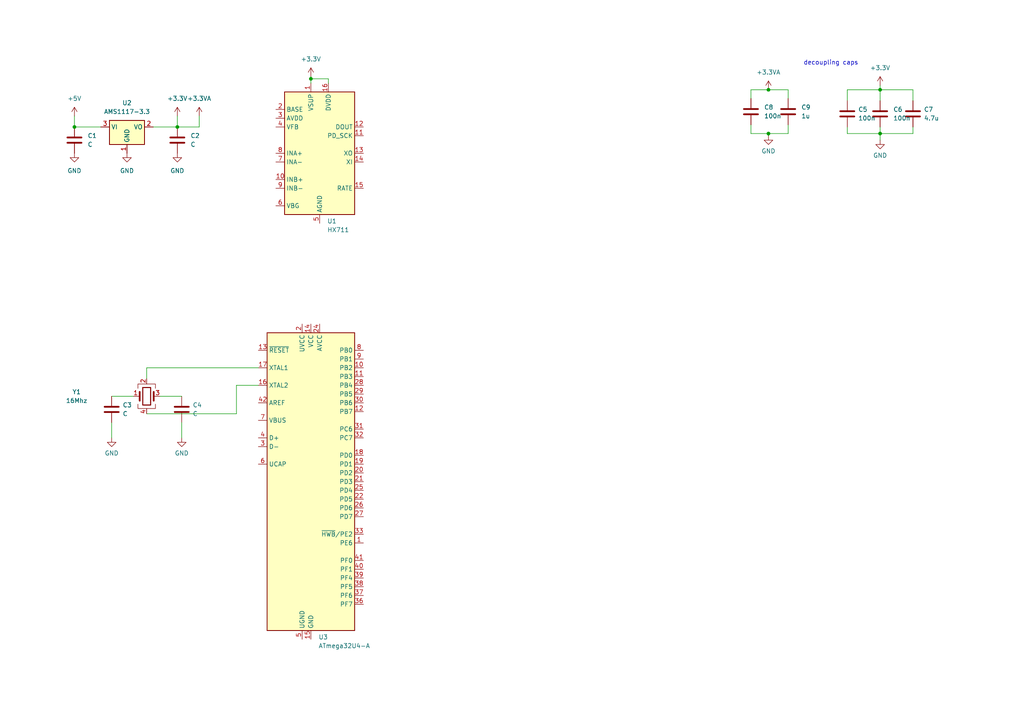
<source format=kicad_sch>
(kicad_sch (version 20230121) (generator eeschema)
  (paper "A4")
  (lib_symbols
    (symbol "Analog_ADC:HX711"
      (property "Reference" "U" (at 5.08 21.59 0))
      (property "Value" "HX711" (at 7.62 19.05 0))
      (symbol "HX711_0_1"
        (rectangle (start -10.16 17.78) (end 10.16 -17.78) (stroke (width 0.254)) (fill (type background)))
      )
      (symbol "HX711_1_1"
        (pin power_in line (at -2.54 20.32 270) (length 2.54) (name "VSUP") (number "1"))
        (pin input line (at -12.7 -7.62 0) (length 2.54) (name "INB+") (number "10"))
        (pin input line (at 12.7 5.08 180) (length 2.54) (name "PD_SCK") (number "11"))
        (pin output line (at 12.7 7.62 180) (length 2.54) (name "DOUT") (number "12"))
        (pin passive line (at 12.7 0 180) (length 2.54) (name "XO") (number "13"))
        (pin passive line (at 12.7 -2.54 180) (length 2.54) (name "XI") (number "14"))
        (pin input line (at 12.7 -10.16 180) (length 2.54) (name "RATE") (number "15"))
        (pin power_in line (at 2.54 20.32 270) (length 2.54) (name "DVDD") (number "16"))
        (pin passive line (at -12.7 12.7 0) (length 2.54) (name "BASE") (number "2"))
        (pin power_in line (at -12.7 10.16 0) (length 2.54) (name "AVDD") (number "3"))
        (pin input line (at -12.7 7.62 0) (length 2.54) (name "VFB") (number "4"))
        (pin power_in line (at 0 -20.32 90) (length 2.54) (name "AGND") (number "5"))
        (pin passive line (at -12.7 -15.24 0) (length 2.54) (name "VBG") (number "6"))
        (pin input line (at -12.7 -2.54 0) (length 2.54) (name "INA-") (number "7"))
        (pin input line (at -12.7 0 0) (length 2.54) (name "INA+") (number "8"))
        (pin input line (at -12.7 -10.16 0) (length 2.54) (name "INB-") (number "9"))
      )
    )
    (symbol "Device:C" (pin_numbers hide) (pin_names (offset 0.254))
      (property "Reference" "C" (at 0.635 2.54 0))
      (property "Value" "C" (at 0.635 -2.54 0))
      (symbol "C_0_1"
        (polyline (pts (xy -2.032 -0.762) (xy 2.032 -0.762)) (stroke (width 0.508)))
        (polyline (pts (xy -2.032 0.762) (xy 2.032 0.762)) (stroke (width 0.508)))
      )
      (symbol "C_1_1"
        (pin passive line (at 0 3.81 270) (length 2.794) (name "~") (number "1"))
        (pin passive line (at 0 -3.81 90) (length 2.794) (name "~") (number "2"))
      )
    )
    (symbol "Device:Crystal_GND24" (pin_names (offset 1.016) hide)
      (property "Reference" "Y" (at 3.175 5.08 0))
      (property "Value" "Crystal_GND24" (at 3.175 3.175 0))
      (symbol "Crystal_GND24_0_1"
        (rectangle (start -1.143 2.54) (end 1.143 -2.54) (stroke (width 0.3048)))
        (polyline (pts (xy -2.54 0) (xy -2.032 0)))
        (polyline (pts (xy -2.032 -1.27) (xy -2.032 1.27)) (stroke (width 0.508)))
        (polyline (pts (xy 0 -3.81) (xy 0 -3.556)))
        (polyline (pts (xy 0 3.556) (xy 0 3.81)))
        (polyline (pts (xy 2.032 -1.27) (xy 2.032 1.27)) (stroke (width 0.508)))
        (polyline (pts (xy 2.032 0) (xy 2.54 0)))
        (polyline (pts (xy -2.54 -2.286) (xy -2.54 -3.556) (xy 2.54 -3.556) (xy 2.54 -2.286)))
        (polyline (pts (xy -2.54 2.286) (xy -2.54 3.556) (xy 2.54 3.556) (xy 2.54 2.286)))
      )
      (symbol "Crystal_GND24_1_1"
        (pin passive line (at -3.81 0 0) (length 1.27) (name "1") (number "1"))
        (pin passive line (at 0 5.08 270) (length 1.27) (name "2") (number "2"))
        (pin passive line (at 3.81 0 180) (length 1.27) (name "3") (number "3"))
        (pin passive line (at 0 -5.08 90) (length 1.27) (name "4") (number "4"))
      )
    )
    (symbol "MCU_Microchip_ATmega:ATmega32U4-A"
      (property "Reference" "U" (at -12.7 44.45 0))
      (property "Value" "ATmega32U4-A" (at 2.54 -44.45 0))
      (symbol "ATmega32U4-A_0_1"
        (rectangle (start -12.7 -43.18) (end 12.7 43.18) (stroke (width 0.254)) (fill (type background)))
      )
      (symbol "ATmega32U4-A_1_1"
        (pin bidirectional line (at 15.24 -17.78 180) (length 2.54) (name "PE6") (number "1"))
        (pin bidirectional line (at 15.24 33.02 180) (length 2.54) (name "PB2") (number "10"))
        (pin bidirectional line (at 15.24 30.48 180) (length 2.54) (name "PB3") (number "11"))
        (pin bidirectional line (at 15.24 20.32 180) (length 2.54) (name "PB7") (number "12"))
        (pin input line (at -15.24 38.1 0) (length 2.54) (name "~{RESET}") (number "13"))
        (pin power_in line (at 0 45.72 270) (length 2.54) (name "VCC") (number "14"))
        (pin power_in line (at 0 -45.72 90) (length 2.54) (name "GND") (number "15"))
        (pin output line (at -15.24 27.94 0) (length 2.54) (name "XTAL2") (number "16"))
        (pin input line (at -15.24 33.02 0) (length 2.54) (name "XTAL1") (number "17"))
        (pin bidirectional line (at 15.24 7.62 180) (length 2.54) (name "PD0") (number "18"))
        (pin bidirectional line (at 15.24 5.08 180) (length 2.54) (name "PD1") (number "19"))
        (pin power_in line (at -2.54 45.72 270) (length 2.54) (name "UVCC") (number "2"))
        (pin bidirectional line (at 15.24 2.54 180) (length 2.54) (name "PD2") (number "20"))
        (pin bidirectional line (at 15.24 0 180) (length 2.54) (name "PD3") (number "21"))
        (pin bidirectional line (at 15.24 -5.08 180) (length 2.54) (name "PD5") (number "22"))
        (pin passive line (at 0 -45.72 90) (length 2.54) hide (name "GND") (number "23"))
        (pin power_in line (at 2.54 45.72 270) (length 2.54) (name "AVCC") (number "24"))
        (pin bidirectional line (at 15.24 -2.54 180) (length 2.54) (name "PD4") (number "25"))
        (pin bidirectional line (at 15.24 -7.62 180) (length 2.54) (name "PD6") (number "26"))
        (pin bidirectional line (at 15.24 -10.16 180) (length 2.54) (name "PD7") (number "27"))
        (pin bidirectional line (at 15.24 27.94 180) (length 2.54) (name "PB4") (number "28"))
        (pin bidirectional line (at 15.24 25.4 180) (length 2.54) (name "PB5") (number "29"))
        (pin bidirectional line (at -15.24 10.16 0) (length 2.54) (name "D-") (number "3"))
        (pin bidirectional line (at 15.24 22.86 180) (length 2.54) (name "PB6") (number "30"))
        (pin bidirectional line (at 15.24 15.24 180) (length 2.54) (name "PC6") (number "31"))
        (pin bidirectional line (at 15.24 12.7 180) (length 2.54) (name "PC7") (number "32"))
        (pin bidirectional line (at 15.24 -15.24 180) (length 2.54) (name "~{HWB}/PE2") (number "33"))
        (pin passive line (at 0 45.72 270) (length 2.54) hide (name "VCC") (number "34"))
        (pin passive line (at 0 -45.72 90) (length 2.54) hide (name "GND") (number "35"))
        (pin bidirectional line (at 15.24 -35.56 180) (length 2.54) (name "PF7") (number "36"))
        (pin bidirectional line (at 15.24 -33.02 180) (length 2.54) (name "PF6") (number "37"))
        (pin bidirectional line (at 15.24 -30.48 180) (length 2.54) (name "PF5") (number "38"))
        (pin bidirectional line (at 15.24 -27.94 180) (length 2.54) (name "PF4") (number "39"))
        (pin bidirectional line (at -15.24 12.7 0) (length 2.54) (name "D+") (number "4"))
        (pin bidirectional line (at 15.24 -25.4 180) (length 2.54) (name "PF1") (number "40"))
        (pin bidirectional line (at 15.24 -22.86 180) (length 2.54) (name "PF0") (number "41"))
        (pin passive line (at -15.24 22.86 0) (length 2.54) (name "AREF") (number "42"))
        (pin passive line (at 0 -45.72 90) (length 2.54) hide (name "GND") (number "43"))
        (pin passive line (at 2.54 45.72 270) (length 2.54) hide (name "AVCC") (number "44"))
        (pin passive line (at -2.54 -45.72 90) (length 2.54) (name "UGND") (number "5"))
        (pin passive line (at -15.24 5.08 0) (length 2.54) (name "UCAP") (number "6"))
        (pin input line (at -15.24 17.78 0) (length 2.54) (name "VBUS") (number "7"))
        (pin bidirectional line (at 15.24 38.1 180) (length 2.54) (name "PB0") (number "8"))
        (pin bidirectional line (at 15.24 35.56 180) (length 2.54) (name "PB1") (number "9"))
      )
    )
    (symbol "Regulator_Linear:AMS1117-3.3"
      (property "Reference" "U" (at -3.81 3.175 0))
      (property "Value" "AMS1117-3.3" (at 0 3.175 0))
      (symbol "AMS1117-3.3_0_1"
        (rectangle (start -5.08 -5.08) (end 5.08 1.905) (stroke (width 0.254)) (fill (type background)))
      )
      (symbol "AMS1117-3.3_1_1"
        (pin power_in line (at 0 -7.62 90) (length 2.54) (name "GND") (number "1"))
        (pin power_out line (at 7.62 0 180) (length 2.54) (name "VO") (number "2"))
        (pin power_in line (at -7.62 0 0) (length 2.54) (name "VI") (number "3"))
      )
    )
    (symbol "power:+3.3V" (power) (pin_names (offset 0))
      (property "Value" "+3.3V" (at 0 3.556 0))
      (symbol "+3.3V_0_1"
        (polyline (pts (xy -0.762 1.27) (xy 0 2.54)))
        (polyline (pts (xy 0 0) (xy 0 2.54)))
        (polyline (pts (xy 0 2.54) (xy 0.762 1.27)))
      )
      (symbol "+3.3V_1_1"
        (pin power_in line (at 0 0 90) (length 0) hide (name "+3.3V") (number "1"))
      )
    )
    (symbol "power:+3.3VA" (power) (pin_names (offset 0))
      (property "Value" "+3.3VA" (at 0 3.556 0))
      (symbol "+3.3VA_0_1"
        (polyline (pts (xy -0.762 1.27) (xy 0 2.54)))
        (polyline (pts (xy 0 0) (xy 0 2.54)))
        (polyline (pts (xy 0 2.54) (xy 0.762 1.27)))
      )
      (symbol "+3.3VA_1_1"
        (pin power_in line (at 0 0 90) (length 0) hide (name "+3.3VA") (number "1"))
      )
    )
    (symbol "power:+5V" (power) (pin_names (offset 0))
      (property "Value" "+5V" (at 0 3.556 0))
      (symbol "+5V_0_1"
        (polyline (pts (xy -0.762 1.27) (xy 0 2.54)))
        (polyline (pts (xy 0 0) (xy 0 2.54)))
        (polyline (pts (xy 0 2.54) (xy 0.762 1.27)))
      )
      (symbol "+5V_1_1"
        (pin power_in line (at 0 0 90) (length 0) hide (name "+5V") (number "1"))
      )
    )
    (symbol "power:GND" (power) (pin_names (offset 0))
      (property "Value" "GND" (at 0 -3.81 0))
      (symbol "GND_0_1"
        (polyline (pts (xy 0 0) (xy 0 -1.27) (xy 1.27 -1.27) (xy 0 -2.54) (xy -1.27 -1.27) (xy 0 -1.27)))
      )
      (symbol "GND_1_1"
        (pin power_in line (at 0 0 270) (length 0) hide (name "GND") (number "1"))
      )
    )
  )
  (junction (at 51.435 36.83))
  (junction (at 90.17 22.86))
  (junction (at 255.27 38.735))
  (junction (at 255.27 26.035))
  (junction (at 222.885 26.035))
  (junction (at 21.59 36.83))
  (junction (at 222.885 38.735))
  (wire (pts (xy 95.25 22.86) (xy 90.17 22.86)))
  (wire (pts (xy 245.745 38.735) (xy 255.27 38.735)))
  (wire (pts (xy 245.745 36.83) (xy 245.745 38.735)))
  (wire (pts (xy 217.805 36.195) (xy 217.805 38.735)))
  (wire (pts (xy 245.745 29.21) (xy 245.745 26.035)))
  (wire (pts (xy 255.27 26.035) (xy 255.27 29.21)))
  (wire (pts (xy 21.59 36.83) (xy 29.21 36.83)))
  (wire (pts (xy 264.795 26.035) (xy 264.795 29.21)))
  (wire (pts (xy 21.59 33.655) (xy 21.59 36.83)))
  (wire (pts (xy 68.58 120.015) (xy 68.58 111.76)))
  (wire (pts (xy 32.385 114.935) (xy 38.735 114.935)))
  (wire (pts (xy 95.25 24.13) (xy 95.25 22.86)))
  (wire (pts (xy 57.785 36.83) (xy 51.435 36.83)))
  (wire (pts (xy 90.17 22.86) (xy 90.17 24.13)))
  (wire (pts (xy 46.355 114.935) (xy 52.705 114.935)))
  (wire (pts (xy 90.17 22.225) (xy 90.17 22.86)))
  (wire (pts (xy 217.805 26.035) (xy 222.885 26.035)))
  (wire (pts (xy 32.385 127) (xy 32.385 122.555)))
  (wire (pts (xy 255.27 40.64) (xy 255.27 38.735)))
  (wire (pts (xy 255.27 26.035) (xy 264.795 26.035)))
  (wire (pts (xy 222.885 39.37) (xy 222.885 38.735)))
  (wire (pts (xy 222.885 38.735) (xy 228.6 38.735)))
  (wire (pts (xy 217.805 26.035) (xy 217.805 28.575)))
  (wire (pts (xy 51.435 33.655) (xy 51.435 36.83)))
  (wire (pts (xy 42.545 106.68) (xy 74.93 106.68)))
  (wire (pts (xy 264.795 38.735) (xy 264.795 36.83)))
  (wire (pts (xy 42.545 109.855) (xy 42.545 106.68)))
  (wire (pts (xy 44.45 36.83) (xy 51.435 36.83)))
  (wire (pts (xy 228.6 38.735) (xy 228.6 36.195)))
  (wire (pts (xy 52.705 127) (xy 52.705 122.555)))
  (wire (pts (xy 245.745 26.035) (xy 255.27 26.035)))
  (wire (pts (xy 222.885 26.035) (xy 228.6 26.035)))
  (wire (pts (xy 217.805 38.735) (xy 222.885 38.735)))
  (wire (pts (xy 255.27 38.735) (xy 264.795 38.735)))
  (wire (pts (xy 57.785 33.655) (xy 57.785 36.83)))
  (wire (pts (xy 255.27 36.83) (xy 255.27 38.735)))
  (wire (pts (xy 228.6 26.035) (xy 228.6 28.575)))
  (wire (pts (xy 42.545 120.015) (xy 68.58 120.015)))
  (wire (pts (xy 68.58 111.76) (xy 74.93 111.76)))
  (wire (pts (xy 255.27 24.765) (xy 255.27 26.035)))
  (text "decoupling caps \n" (at 233.045 19.05 0) (effects (font (size 1.27 1.27)) (justify left bottom)))
  (symbol (lib_id "power:GND") (at 255.27 40.64 0) (unit 1)
    (property "Reference" "#PWR09" (effects hide))
    (property "Value" "GND" (at 255.27 45.085 0))
  )
  (symbol (lib_id "power:GND") (at 32.385 127 0) (unit 1)
    (property "Reference" "#PWR07" (effects hide))
    (property "Value" "GND" (at 32.385 131.445 0))
  )
  (symbol (lib_id "power:+3.3V") (at 255.27 24.765 0) (unit 1)
    (property "Reference" "#PWR010" (effects hide))
    (property "Value" "+3.3V" (at 255.27 19.685 0))
  )
  (symbol (lib_id "MCU_Microchip_ATmega:ATmega32U4-A") (at 90.17 139.7 0) (unit 1)
    (property "Reference" "U3" (at 92.3641 184.785 0) (effects (justify left)))
    (property "Value" "ATmega32U4-A" (at 92.3641 187.325 0) (effects (justify left)))
    (property "Footprint" "Package_QFP:TQFP-44_10x10mm_P0.8mm" (effects hide))
    (property "Datasheet" "http://ww1.microchip.com/downloads/en/DeviceDoc/Atmel-7766-8-bit-AVR-ATmega16U4-32U4_Datasheet.pdf" (effects hide))
  )
  (symbol (lib_id "Device:C") (at 21.59 40.64 0) (unit 1)
    (property "Reference" "C1" (at 25.4 39.37 0) (effects (justify left)))
    (property "Value" "C" (at 25.4 41.91 0) (effects (justify left)))
  )
  (symbol (lib_id "Device:C") (at 264.795 33.02 0) (unit 1)
    (property "Reference" "C7" (at 267.97 31.75 0) (effects (justify left)))
    (property "Value" "4.7u" (at 267.97 34.29 0) (effects (justify left)))
  )
  (symbol (lib_id "Analog_ADC:HX711") (at 92.71 44.45 0) (unit 1)
    (property "Reference" "U1" (at 94.9041 64.135 0) (effects (justify left)))
    (property "Value" "HX711" (at 94.9041 66.675 0) (effects (justify left)))
    (property "Footprint" "Package_SO:SOP-16_3.9x9.9mm_P1.27mm" (effects hide))
    (property "Datasheet" "https://cdn.sparkfun.com/datasheets/Sensors/ForceFlex/hx711_english.pdf" (effects hide))
  )
  (symbol (lib_id "power:GND") (at 51.435 44.45 0) (unit 1)
    (property "Reference" "#PWR03" (effects hide))
    (property "Value" "GND" (at 51.435 49.53 0))
  )
  (symbol (lib_id "power:GND") (at 36.83 44.45 0) (unit 1)
    (property "Reference" "#PWR02" (effects hide))
    (property "Value" "GND" (at 36.83 49.53 0))
  )
  (symbol (lib_id "power:+3.3VA") (at 222.885 26.035 0) (unit 1)
    (property "Reference" "#PWR013" (effects hide))
    (property "Value" "+3.3VA" (at 222.885 20.955 0))
  )
  (symbol (lib_id "power:+3.3V") (at 90.17 22.225 0) (unit 1)
    (property "Reference" "#PWR06" (effects hide))
    (property "Value" "+3.3V" (at 90.17 17.145 0))
  )
  (symbol (lib_id "power:+3.3VA") (at 57.785 33.655 0) (unit 1)
    (property "Reference" "#PWR012" (effects hide))
    (property "Value" "+3.3VA" (at 57.785 28.575 0))
  )
  (symbol (lib_id "Device:C") (at 52.705 118.745 0) (unit 1)
    (property "Reference" "C4" (at 55.88 117.475 0) (effects (justify left)))
    (property "Value" "C" (at 55.88 120.015 0) (effects (justify left)))
  )
  (symbol (lib_id "Device:C") (at 51.435 40.64 0) (unit 1)
    (property "Reference" "C2" (at 55.245 39.37 0) (effects (justify left)))
    (property "Value" "C" (at 55.245 41.91 0) (effects (justify left)))
  )
  (symbol (lib_id "Device:C") (at 245.745 33.02 0) (unit 1)
    (property "Reference" "C5" (at 248.92 31.75 0) (effects (justify left)))
    (property "Value" "100n" (at 248.92 34.29 0) (effects (justify left)))
  )
  (symbol (lib_id "Device:Crystal_GND24") (at 42.545 114.935 0) (unit 1)
    (property "Reference" "Y1" (at 22.225 113.665 0))
    (property "Value" "16Mhz" (at 22.225 116.205 0))
  )
  (symbol (lib_id "power:+3.3V") (at 51.435 33.655 0) (unit 1)
    (property "Reference" "#PWR05" (effects hide))
    (property "Value" "+3.3V" (at 51.435 28.575 0))
  )
  (symbol (lib_id "power:GND") (at 21.59 44.45 0) (unit 1)
    (property "Reference" "#PWR01" (effects hide))
    (property "Value" "GND" (at 21.59 49.53 0))
  )
  (symbol (lib_id "Device:C") (at 255.27 33.02 0) (unit 1)
    (property "Reference" "C6" (at 259.08 31.75 0) (effects (justify left)))
    (property "Value" "100n" (at 259.08 34.29 0) (effects (justify left)))
  )
  (symbol (lib_id "power:+5V") (at 21.59 33.655 0) (unit 1)
    (property "Reference" "#PWR04" (effects hide))
    (property "Value" "+5V" (at 21.59 28.575 0))
  )
  (symbol (lib_id "Device:C") (at 217.805 32.385 0) (unit 1)
    (property "Reference" "C8" (at 221.615 31.115 0) (effects (justify left)))
    (property "Value" "100n" (at 221.615 33.655 0) (effects (justify left)))
  )
  (symbol (lib_id "Device:C") (at 32.385 118.745 0) (unit 1)
    (property "Reference" "C3" (at 35.56 117.475 0) (effects (justify left)))
    (property "Value" "C" (at 35.56 120.015 0) (effects (justify left)))
  )
  (symbol (lib_id "power:GND") (at 222.885 39.37 0) (unit 1)
    (property "Reference" "#PWR011" (effects hide))
    (property "Value" "GND" (at 222.885 43.815 0))
  )
  (symbol (lib_id "Regulator_Linear:AMS1117-3.3") (at 36.83 36.83 0) (unit 1)
    (property "Reference" "U2" (at 36.83 29.845 0))
    (property "Value" "AMS1117-3.3" (at 36.83 32.385 0))
    (property "Footprint" "Package_TO_SOT_SMD:SOT-223-3_TabPin2" (effects hide))
    (property "Datasheet" "http://www.advanced-monolithic.com/pdf/ds1117.pdf" (effects hide))
  )
  (symbol (lib_id "Device:C") (at 228.6 32.385 0) (unit 1)
    (property "Reference" "C9" (at 232.41 31.115 0) (effects (justify left)))
    (property "Value" "1u" (at 232.41 33.655 0) (effects (justify left)))
  )
  (symbol (lib_id "power:GND") (at 52.705 127 0) (unit 1)
    (property "Reference" "#PWR08" (effects hide))
    (property "Value" "GND" (at 52.705 131.445 0))
  )
)
</source>
